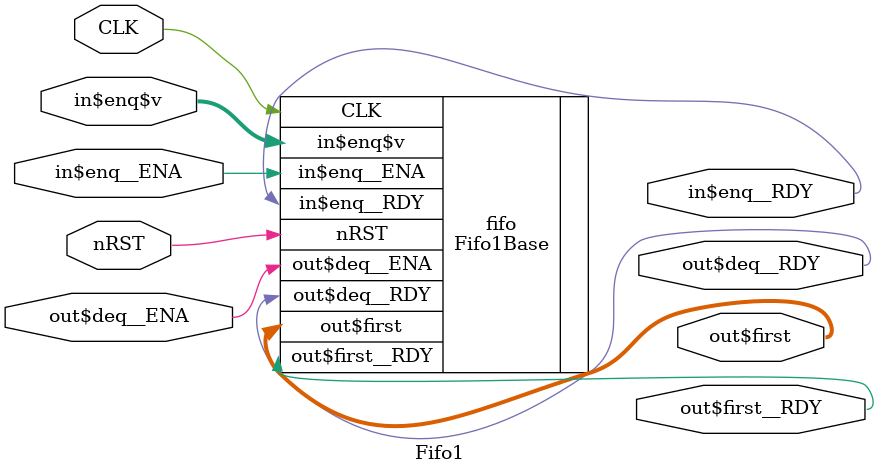
<source format=v>
`include "printf.generated.vh"

`default_nettype none
module Fifo1 (input wire CLK, input wire nRST,
    input wire in$enq__ENA,
    input wire [127:0]in$enq$v,
    output wire in$enq__RDY,
    input wire out$deq__ENA,
    output wire out$deq__RDY,
    output wire [127:0]out$first,
    output wire out$first__RDY);
    Fifo1Base#(128) fifo (.CLK(CLK), .nRST(nRST),
        .in$enq__ENA(in$enq__ENA),
        .in$enq$v(in$enq$v),
        .in$enq__RDY(in$enq__RDY),
        .out$deq__ENA(out$deq__ENA),
        .out$deq__RDY(out$deq__RDY),
        .out$first(out$first),
        .out$first__RDY(out$first__RDY));
endmodule 

`default_nettype wire    // set back to default value

</source>
